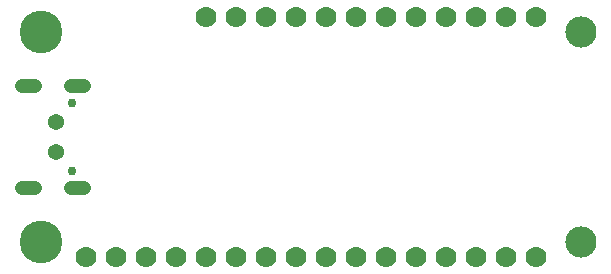
<source format=gbr>
G04 EAGLE Gerber RS-274X export*
G75*
%MOMM*%
%FSLAX34Y34*%
%LPD*%
%INSoldermask Bottom*%
%IPPOS*%
%AMOC8*
5,1,8,0,0,1.08239X$1,22.5*%
G01*
%ADD10C,2.641600*%
%ADD11C,3.617600*%
%ADD12C,1.778000*%
%ADD13C,1.371600*%
%ADD14C,1.209600*%
%ADD15C,0.751600*%


D10*
X482600Y25400D03*
X482600Y203200D03*
D11*
X25400Y203200D03*
X25400Y25400D03*
D12*
X444500Y12700D03*
X419100Y12700D03*
X393700Y12700D03*
X368300Y12700D03*
X342900Y12700D03*
X317500Y12700D03*
X292100Y12700D03*
X266700Y12700D03*
X241300Y12700D03*
X215900Y12700D03*
X190500Y12700D03*
X165100Y12700D03*
X139700Y12700D03*
X114300Y12700D03*
X88900Y12700D03*
X63500Y12700D03*
X165100Y215900D03*
X190500Y215900D03*
X215900Y215900D03*
X241300Y215900D03*
X266700Y215900D03*
X292100Y215900D03*
X317500Y215900D03*
X342900Y215900D03*
X368300Y215900D03*
X393700Y215900D03*
X419100Y215900D03*
X444500Y215900D03*
D13*
X38100Y127000D03*
X38100Y101600D03*
D14*
X20110Y157500D02*
X9030Y157500D01*
X9030Y71100D02*
X20110Y71100D01*
X50830Y71100D02*
X61910Y71100D01*
X61910Y157500D02*
X50830Y157500D01*
D15*
X51370Y85400D03*
X51370Y143200D03*
M02*

</source>
